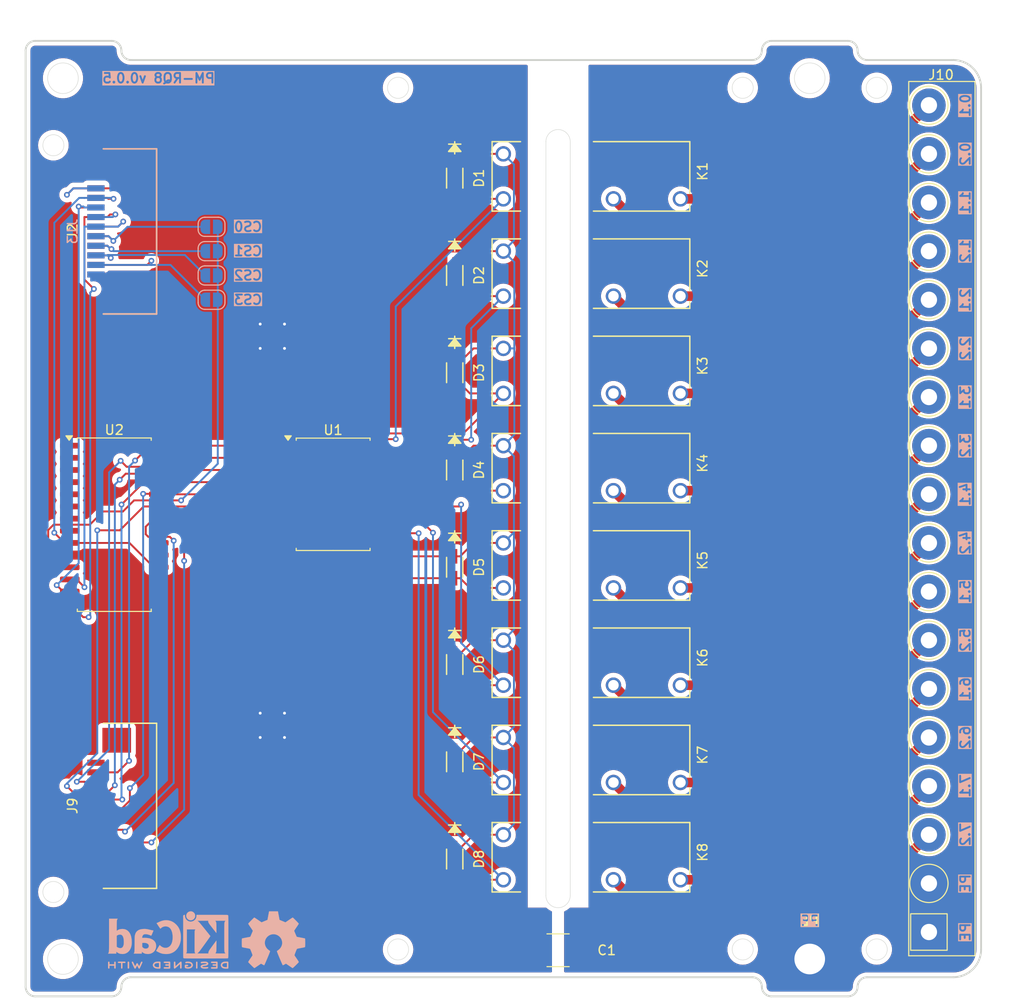
<source format=kicad_pcb>
(kicad_pcb (version 20240108) (generator "pcbnew") (generator_version "8.0")
  (title_block (title "${article} v${version}"))
  (layers (0 "F.Cu" signal) (31 "B.Cu" signal) (34 "B.Paste" user) (35 "F.Paste" user) (36 "B.SilkS" user "B.Silkscreen") (37 "F.SilkS" user "F.Silkscreen") (38 "B.Mask" user) (39 "F.Mask" user) (44 "Edge.Cuts" user))
  (property "article" "PM-RQ8")
  (property "version" "0.0.5")
  (net 0 "")
  (net 1 "GND")
  (net 2 "Net-(J10-Pin_7)")
  (net 3 "Net-(J10-Pin_16)")
  (net 4 "Net-(J10-Pin_5)")
  (net 5 "/K7")
  (net 6 "/K3")
  (net 7 "/K5")
  (net 8 "Net-(J10-Pin_9)")
  (net 9 "/K6")
  (net 10 "/K8")
  (net 11 "/K4")
  (net 12 "/K1")
  (net 13 "/K2")
  (net 14 "Net-(J10-Pin_10)")
  (net 15 "Net-(J10-Pin_4)")
  (net 16 "Net-(J10-Pin_6)")
  (net 17 "Net-(J10-Pin_14)")
  (net 18 "Net-(J10-Pin_8)")
  (net 19 "Net-(J10-Pin_15)")
  (net 20 "Net-(J10-Pin_13)")
  (net 21 "Net-(J10-Pin_12)")
  (net 22 "Net-(J10-Pin_17)")
  (net 23 "Net-(J10-Pin_3)")
  (net 24 "Net-(J10-Pin_18)")
  (net 25 "Net-(J10-Pin_11)")
  (net 26 "+5V")
  (net 27 "PE")
  (net 28 "+3.3V")
  (net 29 "/MOSI")
  (net 30 "/MISO")
  (net 31 "/SCK")
  (net 32 "/K8_exp")
  (net 33 "/K4_exp")
  (net 34 "/K7_exp")
  (net 35 "/K1_exp")
  (net 36 "/K6_exp")
  (net 37 "/K2_exp")
  (net 38 "/K3_exp")
  (net 39 "/K5_exp")
  (net 40 "/CS")
  (net 52 "/subplates/CS0")
  (net 53 "/subplates/CS3")
  (net 54 "/subplates/CS1")
  (net 55 "/subplates/CS2")
  (footprint "kicad_inventree_lib:SOD-323_STM-M" (layer "F.Cu") (at 69.82 95.22 -90)
    (property "Reference" "D4")
    (property "Value" "BAT20J")
  )
  (footprint "kicad_inventree_lib:CONN10_AFA07-S10_JUS" (layer "F.Cu") (at 35.9 130.3 90)
    (property "Reference" "J9")
    (property "Value" "AFA07-S10FCC-00")
  )
  (footprint "kicad_inventree_lib:G5NB-1A-E_DC12_RELAY_G5NB-1A_DC5_OMR" (layer "F.Cu") (at 93.2 92.68 90)
    (property "Reference" "K4")
    (property "Value" "G5NB-1A-E-DC5")
  )
  (footprint "NextPCB:ULN2803A" (layer "F.Cu") (at 57.12 97.76)
    (property "Reference" "U1")
    (property "Value" "ULN2803A")
  )
  (footprint "kicad_inventree_lib:G5NB-1A-E_DC12_RELAY_G5NB-1A_DC5_OMR" (layer "F.Cu") (at 93.2 102.84 90)
    (property "Reference" "K5")
    (property "Value" "G5NB-1A-E-DC5")
  )
  (footprint "NextPCB:Degson_2EDGR-5.08-18P" (layer "F.Cu") (at 119.35 143.48 90)
    (property "Reference" "J10")
    (property "Value" "2EDGR-5.08-18P")
  )
  (footprint "kicad_inventree_lib:G5NB-1A-E_DC12_RELAY_G5NB-1A_DC5_OMR" (layer "F.Cu") (at 93.2 113 90)
    (property "Reference" "K6")
    (property "Value" "G5NB-1A-E-DC5")
  )
  (footprint "kicad_inventree_lib:PM-ESP32C3_v0.0.3" (layer "F.Cu") (at 53.9 100.3)
    (property "Reference" "U5" (hide yes))
    (property "Value" "~" (hide yes))
    (fp_circle (center -26 -39) (end -24.9 -39) (stroke (width 0.05)) (fill none) (layer "Edge.Cuts"))
    (fp_circle (center -26 39) (end -24.9 39) (stroke (width 0.05)) (fill none) (layer "Edge.Cuts"))
    (fp_circle (center 10 -45) (end 11.1 -45) (stroke (width 0.05)) (fill none) (layer "Edge.Cuts"))
    (fp_circle (center 10 45) (end 11.1 45) (stroke (width 0.05)) (fill none) (layer "Edge.Cuts"))
  )
  (footprint "kicad_inventree_lib:G5NB-1A-E_DC12_RELAY_G5NB-1A_DC5_OMR" (layer "F.Cu") (at 93.2 133.32 90)
    (property "Reference" "K8")
    (property "Value" "G5NB-1A-E-DC5")
  )
  (footprint "kicad_inventree_lib:G5NB-1A-E_DC12_RELAY_G5NB-1A_DC5_OMR" (layer "F.Cu") (at 93.2 62.2 90)
    (property "Reference" "K1")
    (property "Value" "G5NB-1A-E-DC5")
  )
  (footprint "kicad_inventree_lib:SOD-323_STM-M" (layer "F.Cu") (at 69.82 135.86 -90)
    (property "Reference" "D8")
    (property "Value" "BAT20J")
  )
  (footprint "kicad_inventree_lib:MountingHole_M3" (layer "F.Cu") (at 28.9 54.3)
    (property "Reference" "H2" (hide yes))
    (property "Value" "MountingHole_M3")
    (fp_circle (center 0 0) (end 1.6 0) (stroke (width 0.05)) (fill none) (layer "Edge.Cuts"))
  )
  (footprint "kicad_inventree_lib:SOD-323_STM-M" (layer "F.Cu") (at 69.82 64.74 -90)
    (property "Reference" "D1")
    (property "Value" "BAT20J")
  )
  (footprint "kicad_inventree_lib:G5NB-1A-E_DC12_RELAY_G5NB-1A_DC5_OMR" (layer "F.Cu") (at 93.2 123.16 90)
    (property "Reference" "K7")
    (property "Value" "G5NB-1A-E-DC5")
  )
  (footprint "kicad_inventree_lib:MountingHole_M3" (layer "F.Cu") (at 106.9 54.3)
    (property "Reference" "H1" (hide yes))
    (property "Value" "MountingHole_M3")
    (fp_circle (center 0 0) (end 1.6 0) (stroke (width 0.05)) (fill none) (layer "Edge.Cuts"))
  )
  (footprint "kicad_inventree_lib:PM-LED_v0.0.2" (layer "F.Cu") (at 109.9 100.3)
    (property "Reference" "U4" (hide yes))
    (property "Value" "PM-LED8_v0.0.2" (hide yes))
    (fp_circle (center -10 -45) (end -8.9 -45) (stroke (width 0.05)) (fill none) (layer "Edge.Cuts"))
    (fp_circle (center -10 45) (end -8.9 45) (stroke (width 0.05)) (fill none) (layer "Edge.Cuts"))
    (fp_circle (center 4 -45) (end 5.1 -45) (stroke (width 0.05)) (fill none) (layer "Edge.Cuts"))
    (fp_circle (center 4 45) (end 5.1 45) (stroke (width 0.05)) (fill none) (layer "Edge.Cuts"))
  )
  (footprint "kicad_inventree_lib:SOD-323_STM-M" (layer "F.Cu") (at 69.82 105.38 -90)
    (property "Reference" "D5")
    (property "Value" "BAT20J")
  )
  (footprint "kicad_inventree_lib:SOD-323_STM-M" (layer "F.Cu") (at 69.82 85.06 -90)
    (property "Reference" "D3")
    (property "Value" "BAT20J")
  )
  (footprint "kicad_inventree_lib:MountingHole_M3" (layer "F.Cu") (at 28.9 146.3)
    (property "Reference" "H3" (hide yes))
    (property "Value" "MountingHole_M3")
    (fp_circle (center 0 0) (end 1.6 0) (stroke (width 0.05)) (fill none) (layer "Edge.Cuts"))
  )
  (footprint "kicad_inventree_lib:PE" (layer "F.Cu") (at 106.9 146.3)
    (property "Reference" "PE1" (hide yes))
    (property "Value" "PE")
  )
  (footprint "kicad_inventree_lib:G5NB-1A-E_DC12_RELAY_G5NB-1A_DC5_OMR" (layer "F.Cu") (at 93.2 82.52 90)
    (property "Reference" "K3")
    (property "Value" "G5NB-1A-E-DC5")
  )
  (footprint "Package_SO:SOIC-28W_7.5x17.9mm_P1.27mm" (layer "F.Cu") (at 34.26 100.935)
    (property "Reference" "U2")
    (property "Value" "MCP23S17_SO")
  )
  (footprint "kicad_inventree_lib:G5NB-1A-E_DC12_RELAY_G5NB-1A_DC5_OMR" (layer "F.Cu") (at 93.2 72.36 90)
    (property "Reference" "K2")
    (property "Value" "G5NB-1A-E-DC5")
  )
  (footprint "Capacitor_SMD:C_1812_4532Metric_Pad1.57x3.40mm_HandSolder" (layer "F.Cu") (at 80.615 145.385 180)
    (property "Reference" "C1")
    (property "Value" "4.7nF 2kV")
  )
  (footprint "kicad_inventree_lib:CONN10_AFA07-S10_JUS" (layer "F.Cu") (at 35.9 70.3 90)
    (property "Reference" "J2")
    (property "Value" "AFA07-S10FCC-00")
  )
  (footprint "kicad_inventree_lib:SOD-323_STM-M" (layer "F.Cu") (at 69.82 125.7 -90)
    (property "Reference" "D7")
    (property "Value" "BAT20J")
  )
  (footprint "kicad_inventree_lib:SOD-323_STM-M" (layer "F.Cu") (at 69.82 115.54 -90)
    (property "Reference" "D6")
    (property "Value" "BAT20J")
  )
  (footprint "kicad_inventree_lib:SOD-323_STM-M" (layer "F.Cu") (at 69.82 74.9 -90)
    (property "Reference" "D2")
    (property "Value" "BAT20J")
  )
  (footprint "Jumper:SolderJumper-2_P1.3mm_Open_RoundedPad1.0x1.5mm" (layer "B.Cu") (at 44.42 74.9)
    (property "Reference" "JP3" (hide yes))
    (property "Value" "SolderJumper_2_Open")
  )
  (footprint "Jumper:SolderJumper-2_P1.3mm_Open_RoundedPad1.0x1.5mm" (layer "B.Cu") (at 44.42 77.44)
    (property "Reference" "JP4" (hide yes))
    (property "Value" "SolderJumper_2_Open")
  )
  (footprint "Symbol:OSHW-Symbol_6.7x6mm_SilkScreen" (layer "B.Cu") (at 50.9 144.3 180)
    (property "Reference" "oshw_logo" (hide yes))
    (property "Value" "OSHW-Symbol_6.7x6mm_SilkScreen" (hide yes))
  )
  (footprint "Jumper:SolderJumper-2_P1.3mm_Open_RoundedPad1.0x1.5mm" (layer "B.Cu") (at 44.42 72.36)
    (property "Reference" "JP2" (hide yes))
    (property "Value" "SolderJumper_2_Open")
  )
  (footprint "kicad_inventree_lib:CONN10_AFA07-S10_JUS" (layer "B.Cu") (at 35.9 70.3 -90)
    (property "Reference" "J13")
    (property "Value" "AFA07-S10FCC-00")
  )
  (footprint "Symbol:KiCad-Logo2_5mm_SilkScreen" (layer "B.Cu") (at 39.9 144.3 180)
    (property "Reference" "kicad_logo" (hide yes))
    (property "Value" "KiCad-Logo2_5mm_SilkScreen" (hide yes))
  )
  (footprint "Jumper:SolderJumper-2_P1.3mm_Open_RoundedPad1.0x1.5mm" (layer "B.Cu") (at 44.42 69.82)
    (property "Reference" "JP1" (hide yes))
    (property "Value" "SolderJumper_2_Open")
  )
  (gr_arc (start 102.9 150.2) (mid 102.192893 149.907107) (end 101.9 149.2) (stroke (width 0.2)) (layer "Edge.Cuts"))
  (gr_arc (start 100.9 148.2) (mid 101.607107 148.492893) (end 101.9 149.2) (stroke (width 0.2)) (layer "Edge.Cuts"))
  (gr_line (start 25 51.4) (end 25 149.2) (stroke (width 0.2)) (layer "Edge.Cuts"))
  (gr_arc (start 101.9 51.4) (mid 101.607107 52.107107) (end 100.9 52.4) (stroke (width 0.2)) (layer "Edge.Cuts"))
  (gr_arc (start 34 50.4) (mid 34.707107 50.692893) (end 35 51.4) (stroke (width 0.2)) (layer "Edge.Cuts"))
  (gr_line (start 112.9 148.2) (end 121.9 148.2) (stroke (width 0.2)) (layer "Edge.Cuts"))
  (gr_line (start 81.885 139.67) (end 81.885 60.93) (stroke (width 0.05)) (layer "Edge.Cuts"))
  (gr_arc (start 124.8 145.3) (mid 123.95061 147.35061) (end 121.9 148.2) (stroke (width 0.2)) (layer "Edge.Cuts"))
  (gr_arc (start 79.345 60.93) (mid 80.615 59.66) (end 81.885 60.93) (stroke (width 0.05)) (layer "Edge.Cuts"))
  (gr_arc (start 121.9 52.4) (mid 123.95061 53.24939) (end 124.8 55.3) (stroke (width 0.2)) (layer "Edge.Cuts"))
  (gr_line (start 121.9 52.4) (end 112.9 52.4) (stroke (width 0.2)) (layer "Edge.Cuts"))
  (gr_arc (start 25 51.4) (mid 25.292893 50.692893) (end 26 50.4) (stroke (width 0.2)) (layer "Edge.Cuts"))
  (gr_arc (start 81.885 139.67) (mid 80.615 140.94) (end 79.345 139.67) (stroke (width 0.05)) (layer "Edge.Cuts"))
  (gr_arc (start 111.9 149.2) (mid 112.192893 148.492893) (end 112.9 148.2) (stroke (width 0.2)) (layer "Edge.Cuts"))
  (gr_arc (start 26 150.2) (mid 25.292893 149.907107) (end 25 149.2) (stroke (width 0.2)) (layer "Edge.Cuts"))
  (gr_arc (start 110.9 50.4) (mid 111.607107 50.692893) (end 111.9 51.4) (stroke (width 0.2)) (layer "Edge.Cuts"))
  (gr_line (start 124.8 55.3) (end 124.8 145.3) (stroke (width 0.2)) (layer "Edge.Cuts"))
  (gr_line (start 100.9 148.2) (end 36 148.2) (stroke (width 0.2)) (layer "Edge.Cuts"))
  (gr_line (start 26 150.2) (end 34 150.2) (stroke (width 0.2)) (layer "Edge.Cuts"))
  (gr_line (start 110.9 50.4) (end 102.9 50.4) (stroke (width 0.2)) (layer "Edge.Cuts"))
  (gr_line (start 102.9 150.2) (end 110.9 150.2) (stroke (width 0.2)) (layer "Edge.Cuts"))
  (gr_arc (start 36 52.4) (mid 35.292893 52.107107) (end 35 51.4) (stroke (width 0.2)) (layer "Edge.Cuts"))
  (gr_arc (start 111.9 149.2) (mid 111.607107 149.907107) (end 110.9 150.2) (stroke (width 0.2)) (layer "Edge.Cuts"))
  (gr_arc (start 101.9 51.4) (mid 102.192893 50.692893) (end 102.9 50.4) (stroke (width 0.2)) (layer "Edge.Cuts"))
  (gr_arc (start 112.9 52.4) (mid 112.192893 52.107107) (end 111.9 51.4) (stroke (width 0.2)) (layer "Edge.Cuts"))
  (gr_arc (start 35 149.2) (mid 35.292893 148.492893) (end 36 148.2) (stroke (width 0.2)) (layer "Edge.Cuts"))
  (gr_line (start 26 50.4) (end 34 50.4) (stroke (width 0.2)) (layer "Edge.Cuts"))
  (gr_arc (start 35 149.2) (mid 34.707107 149.907107) (end 34 150.2) (stroke (width 0.2)) (layer "Edge.Cuts"))
  (gr_line (start 79.345 60.93) (end 79.345 139.67) (stroke (width 0.05)) (layer "Edge.Cuts"))
  (gr_line (start 36 52.4) (end 100.9 52.4) (stroke (width 0.2)) (layer "Edge.Cuts"))
  (gr_text "PE" (at 123.16 138.4 90) (layer "B.SilkS" knockout) (effects (font (size 1 1) (thickness 0.2) (bold yes)) (justify mirror)))
  (gr_text "0.2" (at 123.16 62.23 90) (layer "B.SilkS" knockout) (effects (font (size 1 1) (thickness 0.2) (bold yes)) (justify mirror)))
  (gr_text "7.2" (at 123.16 133.29 90) (layer "B.SilkS" knockout) (effects (font (size 1 1) (thickness 0.2) (bold yes)) (justify mirror)))
  (gr_text "2.2" (at 123.16 82.55 90) (layer "B.SilkS" knockout) (effects (font (size 1 1) (thickness 0.2) (bold yes)) (justify mirror)))
  (gr_text "${article} v${version}" (at 32.9 54.3 0) (layer "B.SilkS" knockout) (effects (font (size 1 1) (thickness 0.2) (bold yes)) (justify right mirror)))
  (gr_text "1.1" (at 123.16 67.31 90) (layer "B.SilkS" knockout) (effects (font (size 1 1) (thickness 0.2) (bold yes)) (justify mirror)))
  (gr_text "CS0" (at 48.23 69.82 -0) (layer "B.SilkS" knockout) (effects (font (size 1 1) (thickness 0.2) (bold yes)) (justify mirror)))
  (gr_text "CS2" (at 48.23 74.9 0) (layer "B.SilkS" knockout) (effects (font (size 1 1) (thickness 0.2) (bold yes)) (justify mirror)))
  (gr_text "2.1" (at 123.16 77.47 90) (layer "B.SilkS" knockout) (effects (font (size 1 1) (thickness 0.2) (bold yes)) (justify mirror)))
  (gr_text "7.1" (at 123.16 128.21 90) (layer "B.SilkS" knockout) (effects (font (size 1 1) (thickness 0.2) (bold yes)) (justify mirror)))
  (gr_text "0.1" (at 123.16 57.15 90) (layer "B.SilkS" knockout) (effects (font (size 1 1) (thickness 0.2) (bold yes)) (justify mirror)))
  (gr_text "4.1" (at 123.16 97.76 90) (layer "B.SilkS" knockout) (effects (font (size 1 1) (thickness 0.2) (bold yes)) (justify mirror)))
  (gr_text "4.2" (at 123.16 102.84 90) (layer "B.SilkS" knockout) (effects (font (size 1 1) (thickness 0.2) (bold yes)) (justify mirror)))
  (gr_text "6.1" (at 123.16 118.08 90) (layer "B.SilkS" knockout) (effects (font (size 1 1) (thickness 0.2) (bold yes)) (justify mirror)))
  (gr_text "PE" (at 123.16 143.48 90) (layer "B.SilkS" knockout) (effects (font (size 1 1) (thickness 0.2) (bold yes)) (justify mirror)))
  (gr_text "PE" (at 106.9 142.3 -0) (layer "B.SilkS" knockout) (effects (font (size 1 1) (thickness 0.2) (bold yes)) (justify mirror)))
  (gr_text "5.1" (at 123.16 107.92 90) (layer "B.SilkS" knockout) (effects (font (size 1 1) (thickness 0.2) (bold yes)) (justify mirror)))
  (gr_text "3.1" (at 123.16 87.63 90) (layer "B.SilkS" knockout) (effects (font (size 1 1) (thickness 0.2) (bold yes)) (justify mirror)))
  (gr_text "6.2" (at 123.16 123.16 90) (layer "B.SilkS" knockout) (effects (font (size 1 1) (thickness 0.2) (bold yes)) (justify mirror)))
  (gr_text "1.2" (at 123.16 72.36 90) (layer "B.SilkS" knockout) (effects (font (size 1 1) (thickness 0.2) (bold yes)) (justify mirror)))
  (gr_text "CS3" (at 48.23 77.44 0) (layer "B.SilkS" knockout) (effects (font (size 1 1) (thickness 0.2) (bold yes)) (justify mirror)))
  (gr_text "5.2" (at 123.16 113 90) (layer "B.SilkS" knockout) (effects (font (size 1 1) (thickness 0.2) (bold yes)) (justify mirror)))
  (gr_text "3.2" (at 123.16 92.71 90) (layer "B.SilkS" knockout) (effects (font (size 1 1) (thickness 0.2) (bold yes)) (justify mirror)))
  (gr_text "CS1" (at 48.23 72.36 0) (layer "B.SilkS" knockout) (effects (font (size 1 1) (thickness 0.2) (bold yes)) (justify mirror)))
  (gr_text "PE" (at 106.9 142.3 0) (layer "F.SilkS" knockout) (effects (font (size 1 1) (thickness 0.2) (bold yes))))
  (segment (start 30.6845 104.11) (end 33.2245 106.65) (width 0.2) (layer "F.Cu") (net 1))
  (segment (start 33.2245 106.65) (end 38.91 106.65) (width 0.2) (layer "F.Cu") (net 1))
  (segment (start 38.91 106.65) (end 38.91 109.19) (width 0.2) (layer "F.Cu") (net 1))
  (segment (start 29.61 104.11) (end 30.6845 104.11) (width 0.2) (layer "F.Cu") (net 1))
  (via (at 52.04 79.98) (size 0.6) (drill 0.3) (layers "F.Cu" "B.Cu") (net 1))
  (via (at 49.5 79.98) (size 0.6) (drill 0.3) (layers "F.Cu" "B.Cu") (net 1))
  (via (at 49.5 82.52) (size 0.6) (drill 0.3) (layers "F.Cu" "B.Cu") (net 1))
  (via (at 49.5 123.16) (size 0.6) (drill 0.3) (layers "F.Cu" "B.Cu") (net 1))
  (via (at 49.5 120.62) (size 0.6) (drill 0.3) (layers "F.Cu" "B.Cu") (net 1))
  (via (at 52.04 123.16) (size 0.6) (drill 0.3) (layers "F.Cu" "B.Cu") (net 1))
  (via (at 52.04 120.62) (size 0.6) (drill 0.3) (layers "F.Cu" "B.Cu") (net 1))
  (via (at 52.04 82.52) (size 0.6) (drill 0.3) (layers "F.Cu" "B.Cu") (net 1))
  (segment (start 119.35 113) (end 112.846 119.504) (width 1) (layer "F.Cu") (net 2))
  (segment (start 112.846 119.504) (end 88.204 119.504) (width 1) (layer "F.Cu") (net 2))
  (segment (start 88.204 119.504) (end 86.4 117.7) (width 1) (layer "F.Cu") (net 2))
  (segment (start 109.57 77.06) (end 119.35 67.28) (width 1) (layer "F.Cu") (net 3))
  (segment (start 93.4 77.06) (end 109.57 77.06) (width 1) (layer "F.Cu") (net 3))
  (segment (start 88.204 129.664) (end 86.4 127.86) (width 1) (layer "F.Cu") (net 4))
  (segment (start 112.846 129.664) (end 88.204 129.664) (width 1) (layer "F.Cu") (net 4))
  (segment (start 119.35 123.16) (end 112.846 129.664) (width 1) (layer "F.Cu") (net 4))
  (segment (start 61.845 100.3) (end 66.0772 100.3) (width 0.2) (layer "F.Cu") (net 5))
  (segment (start 69.82 126.843) (end 70.3884 126.843) (width 0.2) (layer "F.Cu") (net 5))
  (segment (start 66.0772 100.3) (end 67.5474 101.7702) (width 0.2) (layer "F.Cu") (net 5))
  (segment (start 74.9 127.86) (end 71.4054 127.86) (width 0.2) (layer "F.Cu") (net 5))
  (segment (start 71.4054 127.86) (end 70.3884 126.843) (width 0.2) (layer "F.Cu") (net 5))
  (via (at 67.5474 101.7702) (size 0.6) (drill 0.3) (layers "F.Cu" "B.Cu") (net 5))
  (segment (start 67.5474 101.7702) (end 67.5474 120.5074) (width 0.2) (layer "B.Cu") (net 5))
  (segment (start 67.5474 120.5074) (end 74.9 127.86) (width 0.2) (layer "B.Cu") (net 5))
  (segment (start 70.7209 91.3991) (end 61.5362 91.3991) (width 0.2) (layer "F.Cu") (net 6))
  (segment (start 61.5362 91.3991) (end 60.5745 92.3608) (width 0.2) (layer "F.Cu") (net 6))
  (segment (start 74.9 87.22) (end 71.4054 87.22) (width 0.2) (layer "F.Cu") (net 6))
  (segment (start 60.5745 94.2986) (end 61.4959 95.22) (width 0.2) (layer "F.Cu") (net 6))
  (segment (start 69.82 86.203) (end 70.3884 86.203) (width 0.2) (layer "F.Cu") (net 6))
  (segment (start 61.4959 95.22) (end 61.845 95.22) (width 0.2) (layer "F.Cu") (net 6))
  (segment (start 74.9 87.22) (end 70.7209 91.3991) (width 0.2) (layer "F.Cu") (net 6))
  (segment (start 71.4054 87.22) (end 70.3884 86.203) (width 0.2) (layer "F.Cu") (net 6))
  (segment (start 60.5745 92.3608) (end 60.5745 94.2986) (width 0.2) (layer "F.Cu") (net 6))
  (segment (start 70.0034 106.523) (end 69.82 106.523) (width 0.2) (layer "F.Cu") (net 7))
  (segment (start 60.573 98.6717) (end 61.4847 97.76) (width 0.2) (layer "F.Cu") (net 7))
  (segment (start 63.8721 106.523) (end 60.573 103.2239) (width 0.2) (layer "F.Cu") (net 7))
  (segment (start 71.4054 107.54) (end 70.3884 106.523) (width 0.2) (layer "F.Cu") (net 7))
  (segment (start 60.573 103.2239) (end 60.573 98.6717) (width 0.2) (layer "F.Cu") (net 7))
  (segment (start 70.0034 106.523) (end 70.3884 106.523) (width 0.2) (layer "F.Cu") (net 7))
  (segment (start 74.9 107.54) (end 71.4054 107.54) (width 0.2) (layer "F.Cu") (net 7))
  (segment (start 69.82 106.523) (end 63.8721 106.523) (width 0.2) (layer "F.Cu") (net 7))
  (segment (start 61.4847 97.76) (end 61.845 97.76) (width 0.2) (layer "F.Cu") (net 7))
  (segment (start 112.846 109.344) (end 88.204 109.344) (width 1) (layer "F.Cu") (net 8))
  (segment (start 88.204 109.344) (end 86.4 107.54) (width 1) (layer "F.Cu") (net 8))
  (segment (start 119.35 102.84) (end 112.846 109.344) (width 1) (layer "F.Cu") (net 8))
  (segment (start 61.845 99.03) (end 70.2876 99.03) (width 0.2) (layer "F.Cu") (net 9))
  (segment (start 71.4054 117.7) (end 70.3884 116.683) (width 0.2) (layer "F.Cu") (net 9))
  (segment (start 69.82 116.683) (end 70.3884 116.683) (width 0.2) (layer "F.Cu") (net 9))
  (segment (start 70.2876 99.03) (end 70.4886 98.829) (width 0.2) (layer "F.Cu") (net 9))
  (segment (start 74.9 117.7) (end 71.4054 117.7) (width 0.2) (layer "F.Cu") (net 9))
  (via (at 70.4886 98.829) (size 0.6) (drill 0.3) (layers "F.Cu" "B.Cu") (net 9))
  (segment (start 70.4886 113.2886) (end 74.9 117.7) (width 0.2) (layer "B.Cu") (net 9))
  (segment (start 70.4886 98.829) (end 70.4886 113.2886) (width 0.2) (layer "B.Cu") (net 9))
  (segment (start 66.0512 101.8255) (end 62.1005 101.8255) (width 0.2) (layer "F.Cu") (net 10))
  (segment (start 74.9 138.02) (end 71.4054 138.02) (width 0.2) (layer "F.Cu") (net 10))
  (segment (start 71.4054 138.02) (end 70.3884 137.003) (width 0.2) (layer "F.Cu") (net 10))
  (segment (start 69.82 137.003) (end 70.3884 137.003) (width 0.2) (layer "F.Cu") (net 10))
  (segment (start 62.1005 101.8255) (end 61.845 101.57) (width 0.2) (layer "F.Cu") (net 10))
  (via (at 66.0512 101.8255) (size 0.6) (drill 0.3) (layers "F.Cu" "B.Cu") (net 10))
  (segment (start 66.0512 129.1712) (end 66.0512 101.8255) (width 0.2) (layer "B.Cu") (net 10))
  (segment (start 74.9 138.02) (end 66.0512 129.1712) (width 0.2) (layer "B.Cu") (net 10))
  (segment (start 69.82 96.363) (end 69.2516 96.363) (width 0.2) (layer "F.Cu") (net 11))
  (segment (start 69.82 96.363) (end 70.3884 96.363) (width 0.2) (layer "F.Cu") (net 11))
  (segment (start 71.4054 97.38) (end 70.3884 96.363) (width 0.2) (layer "F.Cu") (net 11))
  (segment (start 61.845 96.49) (end 69.1246 96.49) (width 0.2) (layer "F.Cu") (net 11))
  (segment (start 74.9 97.38) (end 71.4054 97.38) (width 0.2) (layer "F.Cu") (net 11))
  (segment (start 69.1246 96.49) (end 69.2516 96.363) (width 0.2) (layer "F.Cu") (net 11))
  (segment (start 69.82 65.883) (end 70.3884 65.883) (width 0.2) (layer "F.Cu") (net 12))
  (segment (start 71.4054 66.9) (end 70.3884 65.883) (width 0.2) (layer "F.Cu") (net 12))
  (segment (start 74.9 66.9) (end 71.4054 66.9) (width 0.2) (layer "F.Cu") (net 12))
  (segment (start 63.6604 92.0008) (end 62.5242 92.0008) (width 0.2) (layer "F.Cu") (net 12))
  (segment (start 62.5242 92.0008) (end 61.845 92.68) (width 0.2) (layer "F.Cu") (net 12))
  (via (at 63.6604 92.0008) (size 0.6) (drill 0.3) (layers "F.Cu" "B.Cu") (net 12))
  (segment (start 63.6604 78.1396) (end 63.6604 92.0008) (width 0.2) (layer "B.Cu") (net 12))
  (segment (start 74.9 66.9) (end 63.6604 78.1396) (width 0.2) (layer "B.Cu") (net 12))
  (segment (start 61.845 93.95) (end 66.4438 93.95) (width 0.2) (layer "F.Cu") (net 13))
  (segment (start 74.9 77.06) (end 71.4054 77.06) (width 0.2) (layer "F.Cu") (net 13))
  (segment (start 68.3325 92.0613) (end 71.5411 92.0613) (width 0.2) (layer "F.Cu") (net 13))
  (segment (start 69.82 76.043) (end 70.3884 76.043) (width 0.2) (layer "F.Cu") (net 13))
  (segment (start 66.4438 93.95) (end 68.3325 92.0613) (width 0.2) (layer "F.Cu") (net 13))
  (segment (start 71.4054 77.06) (end 70.3884 76.043) (width 0.2) (layer "F.Cu") (net 13))
  (via (at 71.5411 92.0613) (size 0.6) (drill 0.3) (layers "F.Cu" "B.Cu") (net 13))
  (segment (start 71.5411 80.4189) (end 74.9 77.06) (width 0.2) (layer "B.Cu") (net 13))
  (segment (start 71.5411 92.0613) (end 71.5411 80.4189) (width 0.2) (layer "B.Cu") (net 13))
  (segment (start 93.4 107.54) (end 109.57 107.54) (width 1) (layer "F.Cu") (net 14))
  (segment (start 109.57 107.54) (end 119.35 97.76) (width 1) (layer "F.Cu") (net 14))
  (segment (start 93.4 138.02) (end 109.57 138.02) (width 1) (layer "F.Cu") (net 15))
  (segment (start 109.57 138.02) (end 119.35 128.24) (width 1) (layer "F.Cu") (net 15))
  (segment (start 109.57 127.86) (end 119.35 118.08) (width 1) (layer "F.Cu") (net 16))
  (segment (start 93.4 127.86) (end 109.57 127.86) (width 1) (layer "F.Cu") (net 16))
  (segment (start 93.4 87.22) (end 109.57 87.22) (width 1) (layer "F.Cu") (net 17))
  (segment (start 109.57 87.22) (end 119.35 77.44) (width 1) (layer "F.Cu") (net 17))
  (segment (start 93.4 117.7) (end 109.57 117.7) (width 1) (layer "F.Cu") (net 18))
  (segment (start 109.57 117.7) (end 119.35 107.92) (width 1) (layer "F.Cu") (net 18))
  (segment (start 88.204 78.864) (end 86.4 77.06) (width 1) (layer "F.Cu") (net 19))
  (segment (start 112.846 78.864) (end 88.204 78.864) (width 1) (layer "F.Cu") (net 19))
  (segment (start 119.35 72.36) (end 112.846 78.864) (width 1) (layer "F.Cu") (net 19))
  (segment (start 112.846 89.024) (end 88.204 89.024) (width 1) (layer "F.Cu") (net 20))
  (segment (start 88.204 89.024) (end 86.4 87.22) (width 1) (layer "F.Cu") (net 20))
  (segment (start 119.35 82.52) (end 112.846 89.024) (width 1) (layer "F.Cu") (net 20))
  (segment (start 93.4 97.38) (end 109.57 97.38) (width 1) (layer "F.Cu") (net 21))
  (segment (start 109.57 97.38) (end 119.35 87.6) (width 1) (layer "F.Cu") (net 21))
  (segment (start 88.204 68.704) (end 86.4 66.9) (width 1) (layer "F.Cu") (net 22))
  (segment (start 112.846 68.704) (end 88.204 68.704) (width 1) (layer "F.Cu") (net 22))
  (segment (start 119.35 62.2) (end 112.846 68.704) (width 1) (layer "F.Cu") (net 22))
  (segment (start 119.35 133.32) (end 112.846 139.824) (width 1) (layer "F.Cu") (net 23))
  (segment (start 88.204 139.824) (end 86.4 138.02) (width 1) (layer "F.Cu") (net 23))
  (segment (start 112.846 139.824) (end 88.204 139.824) (width 1) (layer "F.Cu") (net 23))
  (segment (start 93.4 66.9) (end 109.57 66.9) (width 1) (layer "F.Cu") (net 24))
  (segment (start 109.57 66.9) (end 119.35 57.12) (width 1) (layer "F.Cu") (net 24))
  (segment (start 112.846 99.184) (end 88.204 99.184) (width 1) (layer "F.Cu") (net 25))
  (segment (start 119.35 92.68) (end 112.846 99.184) (width 1) (layer "F.Cu") (net 25))
  (segment (start 88.204 99.184) (end 86.4 97.38) (width 1) (layer "F.Cu") (net 25))
  (segment (start 74.9 113) (end 71.7854 113) (width 0.2) (layer "F.Cu") (net 26))
  (segment (start 69.82 63.597) (end 70.3884 63.597) (width 0.2) (layer "F.Cu") (net 26))
  (segment (start 63.242 104.237) (end 69.82 104.237) (width 0.2) (layer "F.Cu") (net 26))
  (segment (start 69.82 83.917) (end 70.3884 83.917) (width 0.2) (layer "F.Cu") (net 26))
  (segment (start 69.82 124.557) (end 70.3884 124.557) (width 0.2) (layer "F.Cu") (net 26))
  (segment (start 71.7854 62.2) (end 70.3884 63.597) (width 0.2) (layer "F.Cu") (net 26))
  (segment (start 71.7854 102.84) (end 70.3884 104.237) (width 0.2) (layer "F.Cu") (net 26))
  (segment (start 74.9 133.32) (end 71.7854 133.32) (width 0.2) (layer "F.Cu") (net 26))
  (segment (start 74.9 72.36) (end 71.7854 72.36) (width 0.2) (layer "F.Cu") (net 26))
  (segment (start 71.7854 123.16) (end 70.3884 124.557) (width 0.2) (layer "F.Cu") (net 26))
  (segment (start 69.82 63.597) (end 69.2516 63.597) (width 0.2) (layer "F.Cu") (net 26))
  (segment (start 71.7854 92.68) (end 70.3884 94.077) (width 0.2) (layer "F.Cu") (net 26))
  (segment (start 61.845 102.84) (end 63.242 104.237) (width 0.2) (layer "F.Cu") (net 26))
  (segment (start 69.82 94.077) (end 70.3884 94.077) (width 0.2) (layer "F.Cu") (net 26))
  (segment (start 71.7854 72.36) (end 70.3884 73.757) (width 0.2) (layer "F.Cu") (net 26))
  (segment (start 69.82 134.717) (end 70.3884 134.717) (width 0.2) (layer "F.Cu") (net 26))
  (segment (start 67.0486 65.8) (end 69.2516 63.597) (width 0.2) (layer "F.Cu") (net 26))
  (segment (start 69.82 73.757) (end 70.3884 73.757) (width 0.2) (layer "F.Cu") (net 26))
  (segment (start 29.9876 65.8) (end 32.344 65.8) (width 0.2) (layer "F.Cu") (net 26))
  (segment (start 74.9 82.52) (end 71.7854 82.52) (width 0.2) (layer "F.Cu") (net 26))
  (segment (start 71.7854 133.32) (end 70.3884 134.717) (width 0.2) (layer "F.Cu") (net 26))
  (segment (start 32.344 65.8) (end 67.0486 65.8) (width 0.2) (layer "F.Cu") (net 26))
  (segment (start 71.7854 82.52) (end 70.3884 83.917) (width 0.2) (layer "F.Cu") (net 26))
  (segment (start 29.3118 66.4758) (end 29.9876 65.8) (width 0.2) (layer "F.Cu") (net 26))
  (segment (start 74.9 92.68) (end 71.7854 92.68) (width 0.2) (layer "F.Cu") (net 26))
  (segment (start 69.82 114.397) (end 70.3884 114.397) (width 0.2) (layer "F.Cu") (net 26))
  (segment (start 69.82 104.237) (end 70.3884 104.237) (width 0.2) (layer "F.Cu") (net 26))
  (segment (start 74.9 102.84) (end 71.7854 102.84) (width 0.2) (layer "F.Cu") (net 26))
  (segment (start 71.7854 113) (end 70.3884 114.397) (width 0.2) (layer "F.Cu") (net 26))
  (segment (start 74.9 62.2) (end 71.7854 62.2) (width 0.2) (layer "F.Cu") (net 26))
  (segment (start 74.9 123.16) (end 71.7854 123.16) (width 0.2) (layer "F.Cu") (net 26))
  (via (at 29.3118 66.4758) (size 0.6) (drill 0.3) (layers "F.Cu" "B.Cu") (net 26))
  (segment (start 29.9876 65.8) (end 29.3118 66.4758) (width 0.2) (layer "B.Cu") (net 26))
  (segment (start 76.0434 82.52) (end 76.0434 91.5366) (width 0.2) (layer "B.Cu") (net 26))
  (segment (start 76.0434 91.5366) (end 74.9 92.68) (width 0.2) (layer "B.Cu") (net 26))
  (segment (start 76.0057 101.7343) (end 76.0057 111.8943) (width 0.2) (layer "B.Cu") (net 26))
  (segment (start 74.9 113) (end 76.0057 114.1057) (width 0.2) (layer "B.Cu") (net 26))
  (segment (start 74.9 72.36) (end 76.0434 73.5034) (width 0.2) (layer "B.Cu") (net 26))
  (segment (start 76.0057 111.8943) (end 74.9 113) (width 0.2) (layer "B.Cu") (net 26))
  (segment (start 32.344 65.8) (end 29.9876 65.8) (width 0.2) (layer "B.Cu") (net 26))
  (segment (start 76.0057 93.7857) (end 76.0057 101.7343) (width 0.2) (layer "B.Cu") (net 26))
  (segment (start 76.0057 63.3057) (end 76.0057 71.2543) (width 0.2) (layer "B.Cu") (net 26))
  (segment (start 74.9 123.16) (end 76.0057 124.2657) (width 0.2) (layer "B.Cu") (net 26))
  (segment (start 76.0057 132.2143) (end 74.9 133.32) (width 0.2) (layer "B.Cu") (net 26))
  (segment (start 76.0434 73.5034) (end 76.0434 82.52) (width 0.2) (layer "B.Cu") (net 26))
  (segment (start 74.9 92.68) (end 76.0057 93.7857) (width 0.2) (layer "B.Cu") (net 26))
  (segment (start 76.0057 71.2543) (end 74.9 72.36) (width 0.2) (layer "B.Cu") (net 26))
  (segment (start 76.0057 114.1057) (end 76.0057 122.0543) (width 0.2) (layer "B.Cu") (net 26))
  (segment (start 76.0057 124.2657) (end 76.0057 132.2143) (width 0.2) (layer "B.Cu") (net 26))
  (segment (start 76.0057 122.0543) (end 74.9 123.16) (width 0.2) (layer "B.Cu") (net 26))
  (segment (start 74.9 102.84) (end 76.0057 101.7343) (width 0.2) (layer "B.Cu") (net 26))
  (segment (start 74.9 62.2) (end 76.0057 63.3057) (width 0.2) (layer "B.Cu") (net 26))
  (segment (start 76.0434 82.52) (end 74.9 82.52) (width 0.2) (layer "B.Cu") (net 26))
  (segment (start 33.64 66.8926) (end 33.5474 66.8) (width 0.2) (layer "F.Cu") (net 28))
  (segment (start 35.8449 102.84) (end 29.61 102.84) (width 0.2) (layer "F.Cu") (net 28))
  (segment (start 38.91 105.38) (end 38.3849 105.38) (width 0.2) (layer "F.Cu") (net 28))
  (segment (start 34.1757 66.8926) (end 33.64 66.8926) (width 0.2) (layer "F.Cu") (net 28))
  (segment (start 32.344 66.8) (end 33.5474 66.8) (width 0.2) (layer "F.Cu") (net 28))
  (segment (start 29.61 102.84) (end 29.0634 102.84) (width 0.2) (layer "F.Cu") (net 28))
  (segment (start 29.0634 102.84) (end 27.9936 101.7702) (width 0.2) (layer "F.Cu") (net 28))
  (segment (start 38.3849 105.38) (end 35.8449 102.84) (width 0.2) (layer "F.Cu") (net 28))
  (via (at 34.1757 66.8926) (size 0.6) (drill 0.3) (layers "F.Cu" "B.Cu") (net 28))
  (via (at 27.9936 101.7702) (size 0.6) (drill 0.3) (layers "F.Cu" "B.Cu") (net 28))
  (segment (start 32.344 66.8) (end 31.1406 66.8) (width 0.2) (layer "B.Cu") (net 28))
  (segment (start 27.9936 69.3993) (end 27.9936 101.7702) (width 0.2) (layer "B.Cu") (net 28))
  (segment (start 32.344 66.8) (end 34.0831 66.8) (width 0.2) (layer "B.Cu") (net 28))
  (segment (start 30.5929 66.8) (end 27.9936 69.3993) (width 0.2) (layer "B.Cu") (net 28))
  (segment (start 31.1406 66.8) (end 30.5929 66.8) (width 0.2) (layer "B.Cu") (net 28))
  (segment (start 34.0831 66.8) (end 34.1757 66.8926) (width 0.2) (layer "B.Cu") (net 28))
  (segment (start 28.914 107.92) (end 28.2459 107.2519) (width 0.2) (layer "F.Cu") (net 29))
  (segment (start 29.61 107.92) (end 28.914 107.92) (width 0.2) (layer "F.Cu") (net 29))
  (segment (start 32.344 67.8) (end 30.6361 67.8) (width 0.2) (layer "F.Cu") (net 29))
  (segment (start 30.6361 67.8) (end 30.5399 67.7038) (width 0.2) (layer "F.Cu") (net 29))
  (via (at 30.5399 67.7038) (size 0.6) (drill 0.3) (layers "F.Cu" "B.Cu") (net 29))
  (via (at 28.2459 107.2519) (size 0.6) (drill 0.3) (layers "F.Cu" "B.Cu") (net 29))
  (segment (start 32.344 67.8) (end 31.1406 67.8) (width 0.2) (layer "B.Cu") (net 29))
  (segment (start 30.5399 67.7038) (end 31.0444 67.7038) (width 0.2) (layer "B.Cu") (net 29))
  (segment (start 31.0444 67.7038) (end 31.1406 67.8) (width 0.2) (layer "B.Cu") (net 29))
  (segment (start 30.5399 104.9579) (end 30.5399 67.7038) (width 0.2) (layer "B.Cu") (net 29))
  (segment (start 28.2459 107.2519) (end 30.5399 104.9579) (width 0.2) (layer "B.Cu") (net 29))
  (segment (start 31.1406 75.3249) (end 32.128 76.3123) (width 0.2) (layer "F.Cu") (net 30))
  (segment (start 32.344 68.8) (end 31.1406 68.8) (width 0.2) (layer "F.Cu") (net 30))
  (segment (start 33.8237 68.5237) (end 33.5474 68.8) (width 0.2) (layer "F.Cu") (net 30))
  (segment (start 31.1406 68.8) (end 31.1406 75.3249) (width 0.2) (layer "F.Cu") (net 30))
  (segment (start 34.3748 68.5237) (end 33.8237 68.5237) (width 0.2) (layer "F.Cu") (net 30))
  (segment (start 31.0138 110.5938) (end 29.61 109.19) (width 0.2) (layer "F.Cu") (net 30))
  (segment (start 31.5823 110.5938) (end 31.0138 110.5938) (width 0.2) (layer "F.Cu") (net 30))
  (segment (start 32.9457 68.8) (end 33.5474 68.8) (width 0.2) (layer "F.Cu") (net 30))
  (segment (start 32.9457 68.8) (end 32.344 68.8) (width 0.2) (layer "F.Cu") (net 30))
  (via (at 32.128 76.3123) (size 0.6) (drill 0.3) (layers "F.Cu" "B.Cu") (net 30))
  (via (at 34.3748 68.5237) (size 0.6) (drill 0.3) (layers "F.Cu" "B.Cu") (net 30))
  (via (at 31.5823 110.5938) (size 0.6) (drill 0.3) (layers "F.Cu" "B.Cu") (net 30))
  (segment (start 31.7465 110.4296) (end 31.5823 110.5938) (width 0.2) (layer "B.Cu") (net 30))
  (segment (start 32.128 76.3123) (end 31.7465 76.6938) (width 0.2) (layer "B.Cu") (net 30))
  (segment (start 34.3748 68.5237) (end 34.0985 68.8) (width 0.2) (layer "B.Cu") (net 30))
  (segment (start 31.7465 76.6938) (end 31.7465 110.4296) (width 0.2) (layer "B.Cu") (net 30))
  (segment (start 34.0985 68.8) (end 32.344 68.8) (width 0.2) (layer "B.Cu") (net 30))
  (segment (start 34.6634 69.8) (end 32.344 69.8) (width 0.2) (layer "F.Cu") (net 31))
  (segment (start 35.1942 69.2692) (end 34.6634 69.8) (width 0.2) (layer "F.Cu") (net 31))
  (segment (start 29.61 106.65) (end 30.3275 106.65) (width 0.2) (layer "F.Cu") (net 31))
  (segment (start 30.3275 106.65) (end 31.1447 107.4672) (width 0.2) (layer "F.Cu") (net 31))
  (via (at 31.1447 107.4672) (size 0.6) (drill 0.3) (layers "F.Cu" "B.Cu") (net 31))
  (via (at 35.1942 69.2692) (size 0.6) (drill 0.3) (layers "F.Cu" "B.Cu") (net 31))
  (segment (start 31.1406 69.8) (end 31.1406 107.4631) (width 0.2) (layer "B.Cu") (net 31))
  (segment (start 34.6634 69.8) (end 32.344 69.8) (width 0.2) (layer "B.Cu") (net 31))
  (segment (start 31.1406 107.4631) (end 31.1447 107.4672) (width 0.2) (layer "B.Cu") (net 31))
  (segment (start 32.344 69.8) (end 31.1406 69.8) (width 0.2) (layer "B.Cu") (net 31))
  (segment (start 35.1942 69.2692) (end 34.6634 69.8) (width 0.2) (layer "B.Cu") (net 31))
  (segment (start 41.5566 101.57) (end 41.5566 104.7114) (width 0.2) (layer "F.Cu") (net 32))
  (segment (start 52.395 101.57) (end 41.5566 101.57) (width 0.2) (layer "F.Cu") (net 32))
  (segment (start 33.8708 134.1234) (end 33.5474 133.8) (width 0.2) (layer "F.Cu") (net 32))
  (segment (start 32.344 133.8) (end 33.5474 133.8) (width 0.2) (layer "F.Cu") (net 32))
  (segment (start 38.1354 134.1234) (end 33.8708 134.1234) (width 0.2) (layer "F.Cu") (net 32))
  (segment (start 41.5566 101.57) (end 38.91 101.57) (width 0.2) (layer "F.Cu") (net 32))
  (via (at 41.5566 104.7114) (size 0.6) (drill 0.3) (layers "F.Cu" "B.Cu") (net 32))
  (via (at 38.1354 134.1234) (size 0.6) (drill 0.3) (layers "F.Cu" "B.Cu") (net 32))
  (segment (start 41.5566 104.7114) (end 41.5566 130.7022) (width 0.2) (layer "B.Cu") (net 32))
  (segment (start 41.5566 130.7022) (end 38.1354 134.1234) (width 0.2) (layer "B.Cu") (net 32))
  (segment (start 52.395 96.49) (end 38.91 96.49) (width 0.2) (layer "F.Cu") (net 33))
  (segment (start 32.344 129.8) (end 33.5474 129.8) (width 0.2) (layer "F.Cu") (net 33))
  (segment (start 38.91 96.49) (end 37.3519 96.49) (width 0.2) (layer "F.Cu") (net 33))
  (segment (start 35.0975 129.6428) (end 33.7046 129.6428) (width 0.2) (layer "F.Cu") (net 33))
  (segment (start 33.7046 129.6428) (end 33.5474 129.8) (width 0.2) (layer "F.Cu") (net 33))
  (segment (start 37.3519 96.49) (end 35.0129 98.829) (width 0.2) (layer "F.Cu") (net 33))
  (via (at 35.0129 98.829) (size 0.6) (drill 0.3) (layers "F.Cu" "B.Cu") (net 33))
  (via (at 35.0975 129.6428) (size 0.6) (drill 0.3) (layers "F.Cu" "B.Cu") (net 33))
  (segment (start 35.0129 98.829) (end 35.0129 129.5582) (width 0.2) (layer "B.Cu") (net 33))
  (segment (start 35.0129 129.5582) (end 35.0975 129.6428) (width 0.2) (layer "B.Cu") (net 33))
  (segment (start 37.5477 101.9341) (end 37.8134 102.1998) (width 0.2) (layer "F.Cu") (net 34))
  (segment (start 52.395 100.3) (end 38.91 100.3) (width 0.2) (layer "F.Cu") (net 34))
  (segment (start 38.91 100.3) (end 38.3867 100.3) (width 0.2) (layer "F.Cu") (net 34))
  (segment (start 38.3867 100.3) (end 37.5477 101.139) (width 0.2) (layer "F.Cu") (net 34))
  (segment (start 32.344 132.8) (end 35.1894 132.8) (width 0.2) (layer "F.Cu") (net 34))
  (segment (start 37.8134 102.1998) (end 40.0614 102.1998) (width 0.2) (layer "F.Cu") (net 34))
  (segment (start 37.5477 101.139) (end 37.5477 101.9341) (width 0.2) (layer "F.Cu") (net 34))
  (segment (start 35.1894 132.8) (end 35.3819 132.9925) (width 0.2) (layer "F.Cu") (net 34))
  (segment (start 40.0614 102.1998) (end 40.4659 102.6043) (width 0.2) (layer "F.Cu") (net 34))
  (via (at 40.4659 102.6043) (size 0.6) (drill 0.3) (layers "F.Cu" "B.Cu") (net 34))
  (via (at 35.3819 132.9925) (size 0.6) (drill 0.3) (layers "F.Cu" "B.Cu") (net 34))
  (segment (start 40.4659 102.6043) (end 40.4659 127.9085) (width 0.2) (layer "B.Cu") (net 34))
  (segment (start 40.4659 127.9085) (end 35.3819 132.9925) (width 0.2) (layer "B.Cu") (net 34))
  (segment (start 32.344 126.8) (end 34.6042 126.8) (width 0.2) (layer "F.Cu") (net 35))
  (segment (start 34.6042 126.8) (end 35.8043 125.5999) (width 0.2) (layer "F.Cu") (net 35))
  (segment (start 38.91 92.68) (end 37.9866 92.68) (width 0.2) (layer "F.Cu") (net 35))
  (segment (start 37.9866 92.68) (end 36.433 94.2336) (width 0.2) (layer "F.Cu") (net 35))
  (segment (start 52.395 92.68) (end 38.91 92.68) (width 0.2) (layer "F.Cu") (net 35))
  (via (at 36.433 94.2336) (size 0.6) (drill 0.3) (layers "F.Cu" "B.Cu") (net 35))
  (via (at 35.8043 125.5999) (size 0.6) (drill 0.3) (layers "F.Cu" "B.Cu") (net 35))
  (segment (start 36.433 94.2336) (end 35.8043 94.8623) (width 0.2) (layer "B.Cu") (net 35))
  (segment (start 35.8043 94.8623) (end 35.8043 125.5999) (width 0.2) (layer "B.Cu") (net 35))
  (segment (start 32.4821 101.5198) (end 34.8377 101.5198) (width 0.2) (layer "F.Cu") (net 36))
  (segment (start 32.344 131.8) (end 31.1406 131.8) (width 0.2) (layer "F.Cu") (net 36))
  (segment (start 34.8377 101.5198) (end 37.3275 99.03) (width 0.2) (layer "F.Cu") (net 36))
  (segment (start 31.1406 131.8) (end 31.1406 130.0698) (width 0.2) (layer "F.Cu") (net 36))
  (segment (start 37.3275 99.03) (end 38.91 99.03) (width 0.2) (layer "F.Cu") (net 36))
  (segment (start 31.1406 130.0698) (end 29.3118 128.241) (width 0.2) (layer "F.Cu") (net 36))
  (segment (start 52.395 99.03) (end 38.91 99.03) (width 0.2) (layer "F.Cu") (net 36))
  (via (at 29.3118 128.241) (size 0.6) (drill 0.3) (layers "F.Cu" "B.Cu") (net 36))
  (via (at 32.4821 101.5198) (size 0.6) (drill 0.3) (layers "F.Cu" "B.Cu") (net 36))
  (segment (start 32.4821 124.7954) (end 29.3118 127.9657) (width 0.2) (layer "B.Cu") (net 36))
  (segment (start 32.4821 101.5198) (end 32.4821 124.7954) (width 0.2) (layer "B.Cu") (net 36))
  (segment (start 29.3118 127.9657) (end 29.3118 128.241) (width 0.2) (layer "B.Cu") (net 36))
  (segment (start 35.5488 94.8838) (end 34.9252 94.2602) (width 0.2) (layer "F.Cu") (net 37))
  (segment (start 52.395 93.95) (end 38.91 93.95) (width 0.2) (layer "F.Cu") (net 37))
  (segment (start 31.1255 127.7849) (end 31.1406 127.8) (width 0.2) (layer "F.Cu") (net 37))
  (segment (start 37.3341 94.8838) (end 35.5488 94.8838) (width 0.2) (layer "F.Cu") (net 37))
  (segment (start 32.344 127.8) (end 31.1406 127.8) (width 0.2) (layer "F.Cu") (net 37))
  (segment (start 38.2679 93.95) (end 37.3341 94.8838) (width 0.2) (layer "F.Cu") (net 37))
  (segment (start 38.91 93.95) (end 38.2679 93.95) (width 0.2) (layer "F.Cu") (net 37))
  (segment (start 30.3434 127.7849) (end 31.1255 127.7849) (width 0.2) (layer "F.Cu") (net 37))
  (via (at 30.3434 127.7849) (size 0.6) (drill 0.3) (layers "F.Cu" "B.Cu") (net 37))
  (via (at 34.9252 94.2602) (size 0.6) (drill 0.3) (layers "F.Cu" "B.Cu") (net 37))
  (segment (start 33.7181 95.4673) (end 33.7181 124.4102) (width 0.2) (layer "B.Cu") (net 37))
  (segment (start 33.7181 124.4102) (end 30.3434 127.7849) (width 0.2) (layer "B.Cu") (net 37))
  (segment (start 34.9252 94.2602) (end 33.7181 95.4673) (width 0.2) (layer "B.Cu") (net 37))
  (segment (start 35.4549 95.609) (end 34.8266 96.2373) (width 0.2) (layer "F.Cu") (net 38))
  (segment (start 52.395 95.22) (end 38.91 95.22) (width 0.2) (layer "F.Cu") (net 38))
  (segment (start 33.6699 128.8) (end 32.344 128.8) (width 0.2) (layer "F.Cu") (net 38))
  (segment (start 34.3183 128.1516) (end 33.6699 128.8) (width 0.2) (layer "F.Cu") (net 38))
  (segment (start 38.521 95.609) (end 35.4549 95.609) (width 0.2) (layer "F.Cu") (net 38))
  (segment (start 38.91 95.22) (end 38.521 95.609) (width 0.2) (layer "F.Cu") (net 38))
  (via (at 34.3183 128.1516) (size 0.6) (drill 0.3) (layers "F.Cu" "B.Cu") (net 38))
  (via (at 34.8266 96.2373) (size 0.6) (drill 0.3) (layers "F.Cu" "B.Cu") (net 38))
  (segment (start 34.8266 96.2373) (end 34.3183 96.7456) (width 0.2) (layer "B.Cu") (net 38))
  (segment (start 34.3183 96.7456) (end 34.3183 128.1516) (width 0.2) (layer "B.Cu") (net 38))
  (segment (start 38.8595 97.7095) (end 38.91 97.76) (width 0.2) (layer "F.Cu") (net 39))
  (segment (start 34.8318 130.8) (end 35.8889 129.7429) (width 0.2) (layer "F.Cu") (net 39))
  (segment (start 35.8889 129.7429) (end 35.8889 128.4496) (width 0.2) (layer "F.Cu") (net 39))
  (segment (start 52.395 97.76) (end 38.91 97.76) (width 0.2) (layer "F.Cu") (net 39))
  (segment (start 32.344 130.8) (end 34.8318 130.8) (width 0.2) (layer "F.Cu") (net 39))
  (segment (start 37.2746 97.7095) (end 38.8595 97.7095) (width 0.2) (layer "F.Cu") (net 39))
  (via (at 37.2746 97.7095) (size 0.6) (drill 0.3) (layers "F.Cu" "B.Cu") (net 39))
  (via (at 35.8889 128.4496) (size 0.6) (drill 0.3) (layers "F.Cu" "B.Cu") (net 39))
  (segment (start 37.2746 127.0639) (end 35.8889 128.4496) (width 0.2) (layer "B.Cu") (net 39))
  (segment (start 37.2746 97.7095) (end 37.2746 127.0639) (width 0.2) (layer "B.Cu") (net 39))
  (segment (start 36.3235 98.395) (end 41.2414 98.395) (width 0.2) (layer "F.Cu") (net 40))
  (segment (start 27.3572 103.5513) (end 27.3572 101.4933) (width 0.2) (layer "F.Cu") (net 40))
  (segment (start 27.9155 100.935) (end 31.7012 100.935) (width 0.2) (layer "F.Cu") (net 40))
  (segment (start 31.7012 100.935) (end 33.0861 99.5501) (width 0.2) (layer "F.Cu") (net 40))
  (segment (start 33.0861 99.5501) (end 35.1684 99.5501) (width 0.2) (layer "F.Cu") (net 40))
  (segment (start 29.1859 105.38) (end 27.3572 103.5513) (width 0.2) (layer "F.Cu") (net 40))
  (segment (start 35.1684 99.5501) (end 36.3235 98.395) (width 0.2) (layer "F.Cu") (net 40))
  (segment (start 27.3572 101.4933) (end 27.9155 100.935) (width 0.2) (layer "F.Cu") (net 40))
  (segment (start 29.61 105.38) (end 29.1859 105.38) (width 0.2) (layer "F.Cu") (net 40))
  (via (at 41.2414 98.395) (size 0.6) (drill 0.3) (layers "F.Cu" "B.Cu") (net 40))
  (segment (start 45.07 72.36) (end 45.07 74.9) (width 0.2) (layer "B.Cu") (net 40))
  (segment (start 41.2414 98.395) (end 45.07 94.5664) (width 0.2) (layer "B.Cu") (net 40))
  (segment (start 45.07 94.5664) (end 45.07 77.44) (width 0.2) (layer "B.Cu") (net 40))
  (segment (start 45.07 69.82) (end 45.07 72.36) (width 0.2) (layer "B.Cu") (net 40))
  (segment (start 45.07 77.44) (end 45.07 74.9) (width 0.2) (layer "B.Cu") (net 40))
  (segment (start 33.6653 70.8) (end 34.1591 71.2938) (width 0.2) (layer "F.Cu") (net 52))
  (segment (start 32.344 70.8) (end 33.6653 70.8) (width 0.2) (layer "F.Cu") (net 52))
  (via (at 34.1591 71.2938) (size 0.6) (drill 0.3) (layers "F.Cu" "B.Cu") (net 52))
  (segment (start 32.344 70.8) (end 33.6653 70.8) (width 0.2) (layer "B.Cu") (net 52))
  (segment (start 33.6653 70.8) (end 34.1591 71.2938) (width 0.2) (layer "B.Cu") (net 52))
  (segment (start 43.77 69.82) (end 35.6329 69.82) (width 0.2) (layer "B.Cu") (net 52))
  (segment (start 35.6329 69.82) (end 34.1591 71.2938) (width 0.2) (layer "B.Cu") (net 52))
  (segment (start 37.6998 73.8) (end 38.1354 73.3644) (width 0.2) (layer "F.Cu") (net 53))
  (segment (start 32.344 73.8) (end 37.6998 73.8) (width 0.2) (layer "F.Cu") (net 53))
  (via (at 38.1354 73.3644) (size 0.6) (drill 0.3) (layers "F.Cu" "B.Cu") (net 53))
  (segment (start 40.13 73.8) (end 38.1354 73.8) (width 0.2) (layer "B.Cu") (net 53))
  (segment (start 38.1354 73.3644) (end 38.1354 73.8) (width 0.2) (layer "B.Cu") (net 53))
  (segment (start 38.1354 73.8) (end 32.344 73.8) (width 0.2) (layer "B.Cu") (net 53))
  (segment (start 43.77 77.44) (end 40.13 73.8) (width 0.2) (layer "B.Cu") (net 53))
  (segment (start 33.5474 71.8) (end 33.8943 72.1469) (width 0.2) (layer "F.Cu") (net 54))
  (segment (start 33.8943 72.1469) (end 33.9621 72.1469) (width 0.2) (layer "F.Cu") (net 54))
  (segment (start 32.344 71.8) (end 33.5474 71.8) (width 0.2) (layer "F.Cu") (net 54))
  (via (at 33.9621 72.1469) (size 0.6) (drill 0.3) (layers "F.Cu" "B.Cu") (net 54))
  (segment (start 43.77 72.36) (end 34.1752 72.36) (width 0.2) (layer "B.Cu") (net 54))
  (segment (start 33.9621 72.1469) (end 33.8943 72.1469) (width 0.2) (layer "B.Cu") (net 54))
  (segment (start 32.344 71.8) (end 33.5474 71.8) (width 0.2) (layer "B.Cu") (net 54))
  (segment (start 34.1752 72.36) (end 33.9621 72.1469) (width 0.2) (layer "B.Cu") (net 54))
  (segment (start 33.8943 72.1469) (end 33.5474 71.8) (width 0.2) (layer "B.Cu") (net 54))
  (segment (start 32.344 72.8) (end 33.6195 72.8) (width 0.2) (layer "F.Cu") (net 55))
  (segment (start 33.6195 72.8) (end 33.8929 73.0734) (width 0.2) (layer "F.Cu") (net 55))
  (via (at 33.8929 73.0734) (size 0.6) (drill 0.3) (layers "F.Cu" "B.Cu") (net 55))
  (segment (start 41.6327 72.7627) (end 33.5847 72.7627) (width 0.2) (layer "B.Cu") (net 55))
  (segment (start 33.8929 73.0734) (end 33.8208 73.0734) (width 0.2) (layer "B.Cu") (net 55))
  (segment (start 33.8208 73.0734) (end 33.5474 72.8) (width 0.2) (layer "B.Cu") (net 55))
  (segment (start 33.5847 72.7627) (end 33.5474 72.8) (width 0.2) (layer "B.Cu") (net 55))
  (segment (start 43.77 74.9) (end 41.6327 72.7627) (width 0.2) (layer "B.Cu") (net 55))
  (segment (start 32.344 72.8) (end 33.5474 72.8) (width 0.2) (layer "B.Cu") (net 55))
  (zone (net 1) (net_name "GND") (layers "F&B.Cu") (priority 1) (connect_pads yes (clearance 0.5)) (min_thickness 0.25) (fill yes (thermal_gap 0.5) (thermal_bridge_width 0.5))
    (polygon (pts (xy 24.735 49.5) (xy 77.44 49.5) (xy 77.44 140.94) (xy 79.98 140.94) (xy 79.98 150.465) (xy 24.735 150.465)))
  )
  (zone (net 27) (net_name "PE") (layers "F&B.Cu") (connect_pads yes (clearance 0.5)) (min_thickness 0.25) (fill yes (thermal_gap 0.5) (thermal_bridge_width 0.5))
    (polygon (pts (xy 83.79 49.5) (xy 125.065 49.5) (xy 125.065 150.465) (xy 81.25 150.465) (xy 81.25 140.94) (xy 83.79 140.94)))
  )
)
</source>
